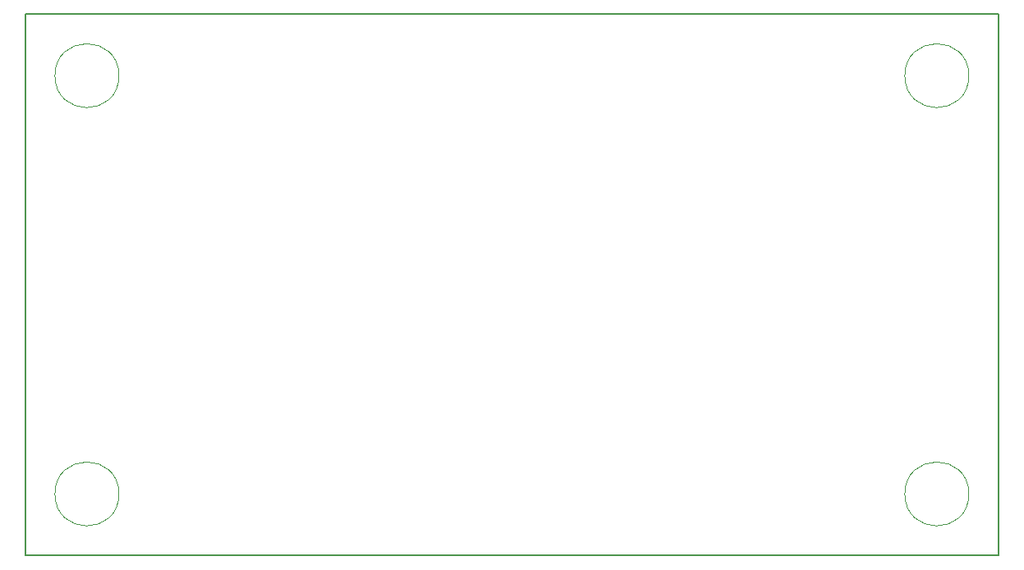
<source format=gbr>
%TF.GenerationSoftware,KiCad,Pcbnew,9.0.1*%
%TF.CreationDate,2025-06-17T23:00:35+08:00*%
%TF.ProjectId,EpochCounter,45706f63-6843-46f7-956e-7465722e6b69,rev?*%
%TF.SameCoordinates,Original*%
%TF.FileFunction,Profile,NP*%
%FSLAX46Y46*%
G04 Gerber Fmt 4.6, Leading zero omitted, Abs format (unit mm)*
G04 Created by KiCad (PCBNEW 9.0.1) date 2025-06-17 23:00:35*
%MOMM*%
%LPD*%
G01*
G04 APERTURE LIST*
%TA.AperFunction,Profile*%
%ADD10C,0.200000*%
%TD*%
%TA.AperFunction,Profile*%
%ADD11C,0.050000*%
%TD*%
G04 APERTURE END LIST*
D10*
X96520000Y-74930000D02*
X196850000Y-74930000D01*
X196850000Y-130810000D01*
X96520000Y-130810000D01*
X96520000Y-74930000D01*
D11*
X106172000Y-124460000D02*
G75*
G02*
X99568000Y-124460000I-3302000J0D01*
G01*
X99568000Y-124460000D02*
G75*
G02*
X106172000Y-124460000I3302000J0D01*
G01*
X193802000Y-124460000D02*
G75*
G02*
X187198000Y-124460000I-3302000J0D01*
G01*
X187198000Y-124460000D02*
G75*
G02*
X193802000Y-124460000I3302000J0D01*
G01*
X106172000Y-81280000D02*
G75*
G02*
X99568000Y-81280000I-3302000J0D01*
G01*
X99568000Y-81280000D02*
G75*
G02*
X106172000Y-81280000I3302000J0D01*
G01*
X193802000Y-81280000D02*
G75*
G02*
X187198000Y-81280000I-3302000J0D01*
G01*
X187198000Y-81280000D02*
G75*
G02*
X193802000Y-81280000I3302000J0D01*
G01*
M02*

</source>
